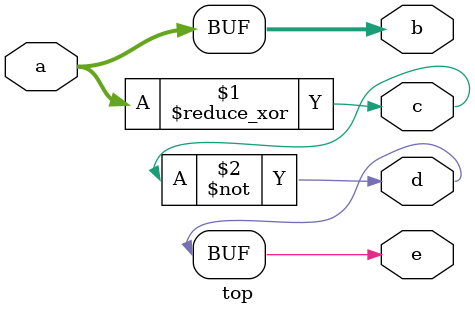
<source format=v>
module top(input [1:0] a, output [1:0] b, output c, output d, output e);
assign b = a;
assign c = ^a;
assign d = ~c;
assign e = d;
endmodule

</source>
